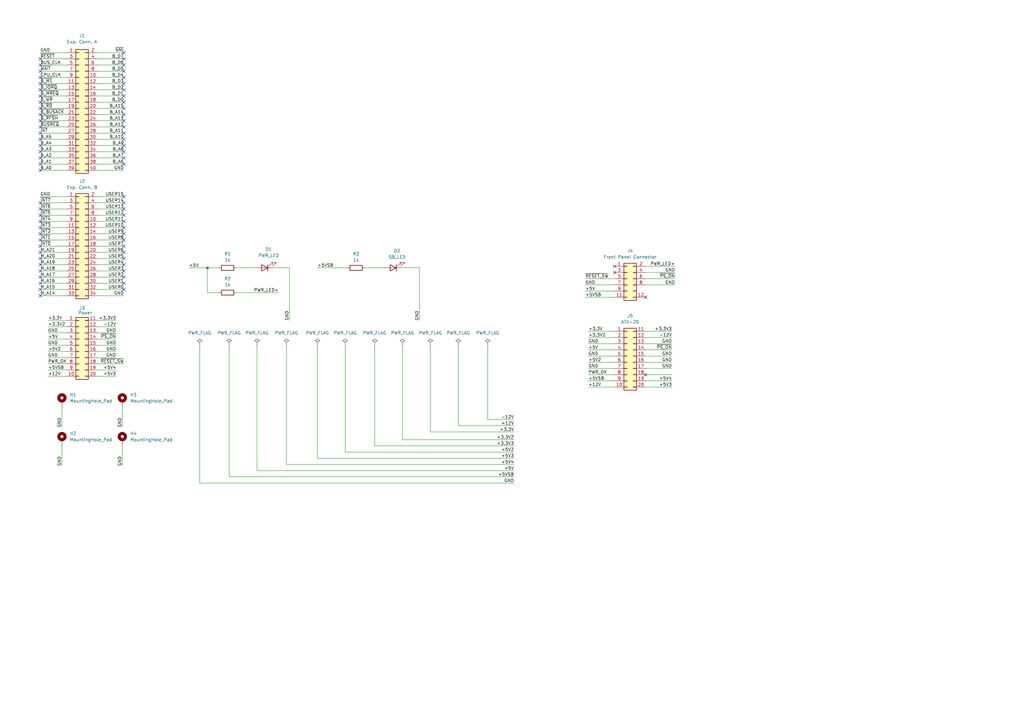
<source format=kicad_sch>
(kicad_sch (version 20230121) (generator eeschema)
  (paper "A3")
  (title_block (title "Power board for the Stackable Z80 Computer") (date "2023-09-09") (rev "1.3"))
  (lib_symbols
    (symbol "Connector_Generic:Conn_02x10_Top_Bottom" (pin_names (offset 1.016) hide)
      (property "Reference" "J" (at 1.27 12.7 0))
      (property "Value" "Conn_02x10_Top_Bottom" (at 1.27 -15.24 0))
      (symbol "Conn_02x10_Top_Bottom_1_1"
        (rectangle (start -1.27 -12.573) (end 0 -12.827) (stroke (width 0.1524)))
        (rectangle (start -1.27 -10.033) (end 0 -10.287) (stroke (width 0.1524)))
        (rectangle (start -1.27 -7.493) (end 0 -7.747) (stroke (width 0.1524)))
        (rectangle (start -1.27 -4.953) (end 0 -5.207) (stroke (width 0.1524)))
        (rectangle (start -1.27 -2.413) (end 0 -2.667) (stroke (width 0.1524)))
        (rectangle (start -1.27 0.127) (end 0 -0.127) (stroke (width 0.1524)))
        (rectangle (start -1.27 2.667) (end 0 2.413) (stroke (width 0.1524)))
        (rectangle (start -1.27 5.207) (end 0 4.953) (stroke (width 0.1524)))
        (rectangle (start -1.27 7.747) (end 0 7.493) (stroke (width 0.1524)))
        (rectangle (start -1.27 10.287) (end 0 10.033) (stroke (width 0.1524)))
        (rectangle (start -1.27 11.43) (end 3.81 -13.97) (stroke (width 0.254)) (fill (type background)))
        (rectangle (start 3.81 -12.573) (end 2.54 -12.827) (stroke (width 0.1524)))
        (rectangle (start 3.81 -10.033) (end 2.54 -10.287) (stroke (width 0.1524)))
        (rectangle (start 3.81 -7.493) (end 2.54 -7.747) (stroke (width 0.1524)))
        (rectangle (start 3.81 -4.953) (end 2.54 -5.207) (stroke (width 0.1524)))
        (rectangle (start 3.81 -2.413) (end 2.54 -2.667) (stroke (width 0.1524)))
        (rectangle (start 3.81 0.127) (end 2.54 -0.127) (stroke (width 0.1524)))
        (rectangle (start 3.81 2.667) (end 2.54 2.413) (stroke (width 0.1524)))
        (rectangle (start 3.81 5.207) (end 2.54 4.953) (stroke (width 0.1524)))
        (rectangle (start 3.81 7.747) (end 2.54 7.493) (stroke (width 0.1524)))
        (rectangle (start 3.81 10.287) (end 2.54 10.033) (stroke (width 0.1524)))
        (pin passive line (at -5.08 10.16 0) (length 3.81) (name "Pin_1") (number "1"))
        (pin passive line (at -5.08 -12.7 0) (length 3.81) (name "Pin_10") (number "10"))
        (pin passive line (at 7.62 10.16 180) (length 3.81) (name "Pin_11") (number "11"))
        (pin passive line (at 7.62 7.62 180) (length 3.81) (name "Pin_12") (number "12"))
        (pin passive line (at 7.62 5.08 180) (length 3.81) (name "Pin_13") (number "13"))
        (pin passive line (at 7.62 2.54 180) (length 3.81) (name "Pin_14") (number "14"))
        (pin passive line (at 7.62 0 180) (length 3.81) (name "Pin_15") (number "15"))
        (pin passive line (at 7.62 -2.54 180) (length 3.81) (name "Pin_16") (number "16"))
        (pin passive line (at 7.62 -5.08 180) (length 3.81) (name "Pin_17") (number "17"))
        (pin passive line (at 7.62 -7.62 180) (length 3.81) (name "Pin_18") (number "18"))
        (pin passive line (at 7.62 -10.16 180) (length 3.81) (name "Pin_19") (number "19"))
        (pin passive line (at -5.08 7.62 0) (length 3.81) (name "Pin_2") (number "2"))
        (pin passive line (at 7.62 -12.7 180) (length 3.81) (name "Pin_20") (number "20"))
        (pin passive line (at -5.08 5.08 0) (length 3.81) (name "Pin_3") (number "3"))
        (pin passive line (at -5.08 2.54 0) (length 3.81) (name "Pin_4") (number "4"))
        (pin passive line (at -5.08 0 0) (length 3.81) (name "Pin_5") (number "5"))
        (pin passive line (at -5.08 -2.54 0) (length 3.81) (name "Pin_6") (number "6"))
        (pin passive line (at -5.08 -5.08 0) (length 3.81) (name "Pin_7") (number "7"))
        (pin passive line (at -5.08 -7.62 0) (length 3.81) (name "Pin_8") (number "8"))
        (pin passive line (at -5.08 -10.16 0) (length 3.81) (name "Pin_9") (number "9"))
      )
    )
    (symbol "Connector_Generic:Conn_02x17_Odd_Even" (pin_names (offset 1.016) hide)
      (property "Reference" "J" (at 1.27 22.86 0))
      (property "Value" "Conn_02x17_Odd_Even" (at 1.27 -22.86 0))
      (symbol "Conn_02x17_Odd_Even_1_1"
        (rectangle (start -1.27 -20.193) (end 0 -20.447) (stroke (width 0.1524)))
        (rectangle (start -1.27 -17.653) (end 0 -17.907) (stroke (width 0.1524)))
        (rectangle (start -1.27 -15.113) (end 0 -15.367) (stroke (width 0.1524)))
        (rectangle (start -1.27 -12.573) (end 0 -12.827) (stroke (width 0.1524)))
        (rectangle (start -1.27 -10.033) (end 0 -10.287) (stroke (width 0.1524)))
        (rectangle (start -1.27 -7.493) (end 0 -7.747) (stroke (width 0.1524)))
        (rectangle (start -1.27 -4.953) (end 0 -5.207) (stroke (width 0.1524)))
        (rectangle (start -1.27 -2.413) (end 0 -2.667) (stroke (width 0.1524)))
        (rectangle (start -1.27 0.127) (end 0 -0.127) (stroke (width 0.1524)))
        (rectangle (start -1.27 2.667) (end 0 2.413) (stroke (width 0.1524)))
        (rectangle (start -1.27 5.207) (end 0 4.953) (stroke (width 0.1524)))
        (rectangle (start -1.27 7.747) (end 0 7.493) (stroke (width 0.1524)))
        (rectangle (start -1.27 10.287) (end 0 10.033) (stroke (width 0.1524)))
        (rectangle (start -1.27 12.827) (end 0 12.573) (stroke (width 0.1524)))
        (rectangle (start -1.27 15.367) (end 0 15.113) (stroke (width 0.1524)))
        (rectangle (start -1.27 17.907) (end 0 17.653) (stroke (width 0.1524)))
        (rectangle (start -1.27 20.447) (end 0 20.193) (stroke (width 0.1524)))
        (rectangle (start -1.27 21.59) (end 3.81 -21.59) (stroke (width 0.254)) (fill (type background)))
        (rectangle (start 3.81 -20.193) (end 2.54 -20.447) (stroke (width 0.1524)))
        (rectangle (start 3.81 -17.653) (end 2.54 -17.907) (stroke (width 0.1524)))
        (rectangle (start 3.81 -15.113) (end 2.54 -15.367) (stroke (width 0.1524)))
        (rectangle (start 3.81 -12.573) (end 2.54 -12.827) (stroke (width 0.1524)))
        (rectangle (start 3.81 -10.033) (end 2.54 -10.287) (stroke (width 0.1524)))
        (rectangle (start 3.81 -7.493) (end 2.54 -7.747) (stroke (width 0.1524)))
        (rectangle (start 3.81 -4.953) (end 2.54 -5.207) (stroke (width 0.1524)))
        (rectangle (start 3.81 -2.413) (end 2.54 -2.667) (stroke (width 0.1524)))
        (rectangle (start 3.81 0.127) (end 2.54 -0.127) (stroke (width 0.1524)))
        (rectangle (start 3.81 2.667) (end 2.54 2.413) (stroke (width 0.1524)))
        (rectangle (start 3.81 5.207) (end 2.54 4.953) (stroke (width 0.1524)))
        (rectangle (start 3.81 7.747) (end 2.54 7.493) (stroke (width 0.1524)))
        (rectangle (start 3.81 10.287) (end 2.54 10.033) (stroke (width 0.1524)))
        (rectangle (start 3.81 12.827) (end 2.54 12.573) (stroke (width 0.1524)))
        (rectangle (start 3.81 15.367) (end 2.54 15.113) (stroke (width 0.1524)))
        (rectangle (start 3.81 17.907) (end 2.54 17.653) (stroke (width 0.1524)))
        (rectangle (start 3.81 20.447) (end 2.54 20.193) (stroke (width 0.1524)))
        (pin passive line (at -5.08 20.32 0) (length 3.81) (name "Pin_1") (number "1"))
        (pin passive line (at 7.62 10.16 180) (length 3.81) (name "Pin_10") (number "10"))
        (pin passive line (at -5.08 7.62 0) (length 3.81) (name "Pin_11") (number "11"))
        (pin passive line (at 7.62 7.62 180) (length 3.81) (name "Pin_12") (number "12"))
        (pin passive line (at -5.08 5.08 0) (length 3.81) (name "Pin_13") (number "13"))
        (pin passive line (at 7.62 5.08 180) (length 3.81) (name "Pin_14") (number "14"))
        (pin passive line (at -5.08 2.54 0) (length 3.81) (name "Pin_15") (number "15"))
        (pin passive line (at 7.62 2.54 180) (length 3.81) (name "Pin_16") (number "16"))
        (pin passive line (at -5.08 0 0) (length 3.81) (name "Pin_17") (number "17"))
        (pin passive line (at 7.62 0 180) (length 3.81) (name "Pin_18") (number "18"))
        (pin passive line (at -5.08 -2.54 0) (length 3.81) (name "Pin_19") (number "19"))
        (pin passive line (at 7.62 20.32 180) (length 3.81) (name "Pin_2") (number "2"))
        (pin passive line (at 7.62 -2.54 180) (length 3.81) (name "Pin_20") (number "20"))
        (pin passive line (at -5.08 -5.08 0) (length 3.81) (name "Pin_21") (number "21"))
        (pin passive line (at 7.62 -5.08 180) (length 3.81) (name "Pin_22") (number "22"))
        (pin passive line (at -5.08 -7.62 0) (length 3.81) (name "Pin_23") (number "23"))
        (pin passive line (at 7.62 -7.62 180) (length 3.81) (name "Pin_24") (number "24"))
        (pin passive line (at -5.08 -10.16 0) (length 3.81) (name "Pin_25") (number "25"))
        (pin passive line (at 7.62 -10.16 180) (length 3.81) (name "Pin_26") (number "26"))
        (pin passive line (at -5.08 -12.7 0) (length 3.81) (name "Pin_27") (number "27"))
        (pin passive line (at 7.62 -12.7 180) (length 3.81) (name "Pin_28") (number "28"))
        (pin passive line (at -5.08 -15.24 0) (length 3.81) (name "Pin_29") (number "29"))
        (pin passive line (at -5.08 17.78 0) (length 3.81) (name "Pin_3") (number "3"))
        (pin passive line (at 7.62 -15.24 180) (length 3.81) (name "Pin_30") (number "30"))
        (pin passive line (at -5.08 -17.78 0) (length 3.81) (name "Pin_31") (number "31"))
        (pin passive line (at 7.62 -17.78 180) (length 3.81) (name "Pin_32") (number "32"))
        (pin passive line (at -5.08 -20.32 0) (length 3.81) (name "Pin_33") (number "33"))
        (pin passive line (at 7.62 -20.32 180) (length 3.81) (name "Pin_34") (number "34"))
        (pin passive line (at 7.62 17.78 180) (length 3.81) (name "Pin_4") (number "4"))
        (pin passive line (at -5.08 15.24 0) (length 3.81) (name "Pin_5") (number "5"))
        (pin passive line (at 7.62 15.24 180) (length 3.81) (name "Pin_6") (number "6"))
        (pin passive line (at -5.08 12.7 0) (length 3.81) (name "Pin_7") (number "7"))
        (pin passive line (at 7.62 12.7 180) (length 3.81) (name "Pin_8") (number "8"))
        (pin passive line (at -5.08 10.16 0) (length 3.81) (name "Pin_9") (number "9"))
      )
    )
    (symbol "Connector_Generic:Conn_02x20_Odd_Even" (pin_names (offset 1.016) hide)
      (property "Reference" "J" (at 1.27 25.4 0))
      (property "Value" "Conn_02x20_Odd_Even" (at 1.27 -27.94 0))
      (symbol "Conn_02x20_Odd_Even_1_1"
        (rectangle (start -1.27 -25.273) (end 0 -25.527) (stroke (width 0.1524)))
        (rectangle (start -1.27 -22.733) (end 0 -22.987) (stroke (width 0.1524)))
        (rectangle (start -1.27 -20.193) (end 0 -20.447) (stroke (width 0.1524)))
        (rectangle (start -1.27 -17.653) (end 0 -17.907) (stroke (width 0.1524)))
        (rectangle (start -1.27 -15.113) (end 0 -15.367) (stroke (width 0.1524)))
        (rectangle (start -1.27 -12.573) (end 0 -12.827) (stroke (width 0.1524)))
        (rectangle (start -1.27 -10.033) (end 0 -10.287) (stroke (width 0.1524)))
        (rectangle (start -1.27 -7.493) (end 0 -7.747) (stroke (width 0.1524)))
        (rectangle (start -1.27 -4.953) (end 0 -5.207) (stroke (width 0.1524)))
        (rectangle (start -1.27 -2.413) (end 0 -2.667) (stroke (width 0.1524)))
        (rectangle (start -1.27 0.127) (end 0 -0.127) (stroke (width 0.1524)))
        (rectangle (start -1.27 2.667) (end 0 2.413) (stroke (width 0.1524)))
        (rectangle (start -1.27 5.207) (end 0 4.953) (stroke (width 0.1524)))
        (rectangle (start -1.27 7.747) (end 0 7.493) (stroke (width 0.1524)))
        (rectangle (start -1.27 10.287) (end 0 10.033) (stroke (width 0.1524)))
        (rectangle (start -1.27 12.827) (end 0 12.573) (stroke (width 0.1524)))
        (rectangle (start -1.27 15.367) (end 0 15.113) (stroke (width 0.1524)))
        (rectangle (start -1.27 17.907) (end 0 17.653) (stroke (width 0.1524)))
        (rectangle (start -1.27 20.447) (end 0 20.193) (stroke (width 0.1524)))
        (rectangle (start -1.27 22.987) (end 0 22.733) (stroke (width 0.1524)))
        (rectangle (start -1.27 24.13) (end 3.81 -26.67) (stroke (width 0.254)) (fill (type background)))
        (rectangle (start 3.81 -25.273) (end 2.54 -25.527) (stroke (width 0.1524)))
        (rectangle (start 3.81 -22.733) (end 2.54 -22.987) (stroke (width 0.1524)))
        (rectangle (start 3.81 -20.193) (end 2.54 -20.447) (stroke (width 0.1524)))
        (rectangle (start 3.81 -17.653) (end 2.54 -17.907) (stroke (width 0.1524)))
        (rectangle (start 3.81 -15.113) (end 2.54 -15.367) (stroke (width 0.1524)))
        (rectangle (start 3.81 -12.573) (end 2.54 -12.827) (stroke (width 0.1524)))
        (rectangle (start 3.81 -10.033) (end 2.54 -10.287) (stroke (width 0.1524)))
        (rectangle (start 3.81 -7.493) (end 2.54 -7.747) (stroke (width 0.1524)))
        (rectangle (start 3.81 -4.953) (end 2.54 -5.207) (stroke (width 0.1524)))
        (rectangle (start 3.81 -2.413) (end 2.54 -2.667) (stroke (width 0.1524)))
        (rectangle (start 3.81 0.127) (end 2.54 -0.127) (stroke (width 0.1524)))
        (rectangle (start 3.81 2.667) (end 2.54 2.413) (stroke (width 0.1524)))
        (rectangle (start 3.81 5.207) (end 2.54 4.953) (stroke (width 0.1524)))
        (rectangle (start 3.81 7.747) (end 2.54 7.493) (stroke (width 0.1524)))
        (rectangle (start 3.81 10.287) (end 2.54 10.033) (stroke (width 0.1524)))
        (rectangle (start 3.81 12.827) (end 2.54 12.573) (stroke (width 0.1524)))
        (rectangle (start 3.81 15.367) (end 2.54 15.113) (stroke (width 0.1524)))
        (rectangle (start 3.81 17.907) (end 2.54 17.653) (stroke (width 0.1524)))
        (rectangle (start 3.81 20.447) (end 2.54 20.193) (stroke (width 0.1524)))
        (rectangle (start 3.81 22.987) (end 2.54 22.733) (stroke (width 0.1524)))
        (pin passive line (at -5.08 22.86 0) (length 3.81) (name "Pin_1") (number "1"))
        (pin passive line (at 7.62 12.7 180) (length 3.81) (name "Pin_10") (number "10"))
        (pin passive line (at -5.08 10.16 0) (length 3.81) (name "Pin_11") (number "11"))
        (pin passive line (at 7.62 10.16 180) (length 3.81) (name "Pin_12") (number "12"))
        (pin passive line (at -5.08 7.62 0) (length 3.81) (name "Pin_13") (number "13"))
        (pin passive line (at 7.62 7.62 180) (length 3.81) (name "Pin_14") (number "14"))
        (pin passive line (at -5.08 5.08 0) (length 3.81) (name "Pin_15") (number "15"))
        (pin passive line (at 7.62 5.08 180) (length 3.81) (name "Pin_16") (number "16"))
        (pin passive line (at -5.08 2.54 0) (length 3.81) (name "Pin_17") (number "17"))
        (pin passive line (at 7.62 2.54 180) (length 3.81) (name "Pin_18") (number "18"))
        (pin passive line (at -5.08 0 0) (length 3.81) (name "Pin_19") (number "19"))
        (pin passive line (at 7.62 22.86 180) (length 3.81) (name "Pin_2") (number "2"))
        (pin passive line (at 7.62 0 180) (length 3.81) (name "Pin_20") (number "20"))
        (pin passive line (at -5.08 -2.54 0) (length 3.81) (name "Pin_21") (number "21"))
        (pin passive line (at 7.62 -2.54 180) (length 3.81) (name "Pin_22") (number "22"))
        (pin passive line (at -5.08 -5.08 0) (length 3.81) (name "Pin_23") (number "23"))
        (pin passive line (at 7.62 -5.08 180) (length 3.81) (name "Pin_24") (number "24"))
        (pin passive line (at -5.08 -7.62 0) (length 3.81) (name "Pin_25") (number "25"))
        (pin passive line (at 7.62 -7.62 180) (length 3.81) (name "Pin_26") (number "26"))
        (pin passive line (at -5.08 -10.16 0) (length 3.81) (name "Pin_27") (number "27"))
        (pin passive line (at 7.62 -10.16 180) (length 3.81) (name "Pin_28") (number "28"))
        (pin passive line (at -5.08 -12.7 0) (length 3.81) (name "Pin_29") (number "29"))
        (pin passive line (at -5.08 20.32 0) (length 3.81) (name "Pin_3") (number "3"))
        (pin passive line (at 7.62 -12.7 180) (length 3.81) (name "Pin_30") (number "30"))
        (pin passive line (at -5.08 -15.24 0) (length 3.81) (name "Pin_31") (number "31"))
        (pin passive line (at 7.62 -15.24 180) (length 3.81) (name "Pin_32") (number "32"))
        (pin passive line (at -5.08 -17.78 0) (length 3.81) (name "Pin_33") (number "33"))
        (pin passive line (at 7.62 -17.78 180) (length 3.81) (name "Pin_34") (number "34"))
        (pin passive line (at -5.08 -20.32 0) (length 3.81) (name "Pin_35") (number "35"))
        (pin passive line (at 7.62 -20.32 180) (length 3.81) (name "Pin_36") (number "36"))
        (pin passive line (at -5.08 -22.86 0) (length 3.81) (name "Pin_37") (number "37"))
        (pin passive line (at 7.62 -22.86 180) (length 3.81) (name "Pin_38") (number "38"))
        (pin passive line (at -5.08 -25.4 0) (length 3.81) (name "Pin_39") (number "39"))
        (pin passive line (at 7.62 20.32 180) (length 3.81) (name "Pin_4") (number "4"))
        (pin passive line (at 7.62 -25.4 180) (length 3.81) (name "Pin_40") (number "40"))
        (pin passive line (at -5.08 17.78 0) (length 3.81) (name "Pin_5") (number "5"))
        (pin passive line (at 7.62 17.78 180) (length 3.81) (name "Pin_6") (number "6"))
        (pin passive line (at -5.08 15.24 0) (length 3.81) (name "Pin_7") (number "7"))
        (pin passive line (at 7.62 15.24 180) (length 3.81) (name "Pin_8") (number "8"))
        (pin passive line (at -5.08 12.7 0) (length 3.81) (name "Pin_9") (number "9"))
      )
    )
    (symbol "Device:LED" (pin_numbers hide) (pin_names (offset 1.016) hide)
      (property "Reference" "D" (at 0 2.54 0))
      (property "Value" "LED" (at 0 -2.54 0))
      (symbol "LED_0_1"
        (polyline (pts (xy -1.27 -1.27) (xy -1.27 1.27)) (stroke (width 0.254)))
        (polyline (pts (xy -1.27 0) (xy 1.27 0)))
        (polyline (pts (xy 1.27 -1.27) (xy 1.27 1.27) (xy -1.27 0) (xy 1.27 -1.27)) (stroke (width 0.254)))
        (polyline (pts (xy -3.048 -0.762) (xy -4.572 -2.286) (xy -3.81 -2.286) (xy -4.572 -2.286) (xy -4.572 -1.524)))
        (polyline (pts (xy -1.778 -0.762) (xy -3.302 -2.286) (xy -2.54 -2.286) (xy -3.302 -2.286) (xy -3.302 -1.524)))
      )
      (symbol "LED_1_1"
        (pin passive line (at -3.81 0 0) (length 2.54) (name "K") (number "1"))
        (pin passive line (at 3.81 0 180) (length 2.54) (name "A") (number "2"))
      )
    )
    (symbol "Device:R" (pin_numbers hide) (pin_names (offset 0))
      (property "Reference" "R" (at 2.032 0 90))
      (property "Value" "R" (at 0 0 90))
      (symbol "R_0_1"
        (rectangle (start -1.016 -2.54) (end 1.016 2.54) (stroke (width 0.254)))
      )
      (symbol "R_1_1"
        (pin passive line (at 0 3.81 270) (length 1.27) (name "~") (number "1"))
        (pin passive line (at 0 -3.81 90) (length 1.27) (name "~") (number "2"))
      )
    )
    (symbol "Mechanical:MountingHole_Pad" (pin_numbers hide) (pin_names (offset 1.016) hide)
      (property "Reference" "H" (at 0 6.35 0))
      (property "Value" "MountingHole_Pad" (at 0 4.445 0))
      (symbol "MountingHole_Pad_0_1"
        (circle (center 0 1.27) (radius 1.27) (stroke (width 1.27)))
      )
      (symbol "MountingHole_Pad_1_1"
        (pin input line (at 0 -2.54 90) (length 2.54) (name "1") (number "1"))
      )
    )
    (symbol "ownlib:Conn_02x06_Odd_Even_keyed" (pin_names (offset 1.016) hide)
      (property "Reference" "J?" (at 1.27 11.43 0))
      (property "Value" "Conn_02x06_Odd_Even_keyed" (at 1.27 8.89 0))
      (symbol "Conn_02x06_Odd_Even_keyed_1_1"
        (rectangle (start -1.27 -7.493) (end 0 -7.747) (stroke (width 0.1524)))
        (rectangle (start -1.27 -4.953) (end 0 -5.207) (stroke (width 0.1524)))
        (rectangle (start -1.27 -2.413) (end 0 -2.667) (stroke (width 0.1524)))
        (rectangle (start -1.27 0.127) (end 0 -0.127) (stroke (width 0.1524)))
        (rectangle (start -1.27 2.667) (end 0 2.413) (stroke (width 0.1524)))
        (rectangle (start -1.27 5.207) (end 0 4.953) (stroke (width 0.1524)))
        (rectangle (start -1.27 6.35) (end 3.81 -8.89) (stroke (width 0.254)) (fill (type background)))
        (rectangle (start 3.81 -7.493) (end 2.54 -7.747) (stroke (width 0.1524)))
        (rectangle (start 3.81 -4.953) (end 2.54 -5.207) (stroke (width 0.1524)))
        (rectangle (start 3.81 -2.413) (end 2.54 -2.667) (stroke (width 0.1524)))
        (rectangle (start 3.81 0.127) (end 2.54 -0.127) (stroke (width 0.1524)))
        (rectangle (start 3.81 2.667) (end 2.54 2.413) (stroke (width 0.1524)))
        (rectangle (start 3.81 5.207) (end 2.54 4.953) (stroke (width 0.1524)))
        (pin passive line (at -5.08 5.08 0) (length 3.81) (name "Pin_1") (number "1"))
        (pin no_connect line (at 7.62 -5.08 180) (length 3.81) hide (name "Pin_10") (number "10"))
        (pin passive line (at -5.08 -7.62 0) (length 3.81) (name "Pin_11") (number "11"))
        (pin passive line (at 7.62 -7.62 180) (length 3.81) (name "Pin_12") (number "12"))
        (pin passive line (at 7.62 5.08 180) (length 3.81) (name "Pin_2") (number "2"))
        (pin passive line (at -5.08 2.54 0) (length 3.81) (name "Pin_3") (number "3"))
        (pin passive line (at 7.62 2.54 180) (length 3.81) (name "Pin_4") (number "4"))
        (pin passive line (at -5.08 0 0) (length 3.81) (name "Pin_5") (number "5"))
        (pin passive line (at 7.62 0 180) (length 3.81) (name "Pin_6") (number "6"))
        (pin passive line (at -5.08 -2.54 0) (length 3.81) (name "Pin_7") (number "7"))
        (pin passive line (at 7.62 -2.54 180) (length 3.81) (name "Pin_8") (number "8"))
        (pin passive line (at -5.08 -5.08 0) (length 3.81) (name "Pin_9") (number "9"))
      )
    )
    (symbol "power:PWR_FLAG" (power) (pin_numbers hide) (pin_names (offset 0) hide)
      (property "Value" "PWR_FLAG" (at 0 3.81 0))
      (symbol "PWR_FLAG_0_0"
        (pin power_out line (at 0 0 90) (length 0) (name "pwr") (number "1"))
      )
      (symbol "PWR_FLAG_0_1"
        (polyline (pts (xy 0 0) (xy 0 1.27) (xy -1.016 1.905) (xy 0 2.54) (xy 1.016 1.905) (xy 0 1.27)))
      )
    )
  )
  (junction (at 85.09 109.855))
  (no_connect (at 16.51 103.505))
  (no_connect (at 16.51 90.805))
  (no_connect (at 16.51 100.965))
  (no_connect (at 16.51 116.205))
  (no_connect (at 50.8 52.07))
  (no_connect (at 16.51 31.75))
  (no_connect (at 50.8 113.665))
  (no_connect (at 16.51 62.23))
  (no_connect (at 50.8 95.885))
  (no_connect (at 50.8 108.585))
  (no_connect (at 16.51 106.045))
  (no_connect (at 16.51 69.85))
  (no_connect (at 50.8 67.31))
  (no_connect (at 50.8 39.37))
  (no_connect (at 16.51 85.725))
  (no_connect (at 50.8 116.205))
  (no_connect (at 50.8 24.13))
  (no_connect (at 16.51 93.345))
  (no_connect (at 50.8 103.505))
  (no_connect (at 16.51 54.61))
  (no_connect (at 50.8 90.805))
  (no_connect (at 16.51 108.585))
  (no_connect (at 16.51 29.21))
  (no_connect (at 50.8 88.265))
  (no_connect (at 16.51 113.665))
  (no_connect (at 50.8 54.61))
  (no_connect (at 50.8 29.21))
  (no_connect (at 16.51 46.99))
  (no_connect (at 252.095 109.22))
  (no_connect (at 16.51 39.37))
  (no_connect (at 16.51 41.91))
  (no_connect (at 16.51 57.15))
  (no_connect (at 50.8 93.345))
  (no_connect (at 16.51 67.31))
  (no_connect (at 16.51 111.125))
  (no_connect (at 50.8 62.23))
  (no_connect (at 50.8 57.15))
  (no_connect (at 50.8 46.99))
  (no_connect (at 50.8 44.45))
  (no_connect (at 264.795 121.92))
  (no_connect (at 50.8 49.53))
  (no_connect (at 16.51 121.285))
  (no_connect (at 50.8 83.185))
  (no_connect (at 16.51 34.29))
  (no_connect (at 16.51 24.13))
  (no_connect (at 50.8 100.965))
  (no_connect (at 16.51 59.69))
  (no_connect (at 50.8 26.67))
  (no_connect (at 50.8 118.745))
  (no_connect (at 50.8 59.69))
  (no_connect (at 16.51 44.45))
  (no_connect (at 50.8 64.77))
  (no_connect (at 16.51 64.77))
  (no_connect (at 50.8 98.425))
  (no_connect (at 16.51 83.185))
  (no_connect (at 16.51 36.83))
  (no_connect (at 16.51 118.745))
  (no_connect (at 50.8 85.725))
  (no_connect (at 264.795 153.67))
  (no_connect (at 50.8 111.125))
  (no_connect (at 252.095 111.76))
  (no_connect (at 16.51 49.53))
  (no_connect (at 50.8 80.645))
  (no_connect (at 50.8 41.91))
  (no_connect (at 50.8 31.75))
  (no_connect (at 50.8 34.29))
  (no_connect (at 16.51 26.67))
  (no_connect (at 50.8 21.59))
  (no_connect (at 16.51 98.425))
  (no_connect (at 16.51 95.885))
  (no_connect (at 50.8 36.83))
  (no_connect (at 16.51 88.265))
  (no_connect (at 50.8 106.045))
  (no_connect (at 16.51 52.07))
  (wire (pts (xy 50.8 36.83) (xy 40.005 36.83)))
  (wire (pts (xy 40.005 103.505) (xy 50.8 103.505)))
  (wire (pts (xy 81.915 141.605) (xy 81.915 198.12)))
  (wire (pts (xy 264.795 140.97) (xy 275.59 140.97)))
  (wire (pts (xy 16.51 113.665) (xy 27.305 113.665)))
  (wire (pts (xy 16.51 36.83) (xy 27.305 36.83)))
  (wire (pts (xy 200.025 172.085) (xy 210.82 172.085)))
  (wire (pts (xy 47.625 131.445) (xy 40.005 131.445)))
  (wire (pts (xy 16.51 46.99) (xy 27.305 46.99)))
  (wire (pts (xy 240.03 119.38) (xy 252.095 119.38)))
  (wire (pts (xy 40.005 90.805) (xy 50.8 90.805)))
  (wire (pts (xy 50.165 167.005) (xy 50.165 175.26)))
  (wire (pts (xy 97.155 120.015) (xy 114.3 120.015)))
  (wire (pts (xy 77.47 109.855) (xy 85.09 109.855)))
  (wire (pts (xy 117.475 190.5) (xy 210.82 190.5)))
  (wire (pts (xy 241.3 148.59) (xy 252.095 148.59)))
  (wire (pts (xy 19.685 154.305) (xy 27.305 154.305)))
  (wire (pts (xy 47.625 151.765) (xy 40.005 151.765)))
  (wire (pts (xy 165.1 109.855) (xy 172.085 109.855)))
  (wire (pts (xy 117.475 141.605) (xy 117.475 190.5)))
  (wire (pts (xy 97.155 109.855) (xy 104.775 109.855)))
  (wire (pts (xy 130.175 141.605) (xy 130.175 187.96)))
  (wire (pts (xy 16.51 85.725) (xy 27.305 85.725)))
  (wire (pts (xy 50.8 41.91) (xy 40.005 41.91)))
  (wire (pts (xy 241.3 140.97) (xy 252.095 140.97)))
  (wire (pts (xy 264.795 158.75) (xy 275.59 158.75)))
  (wire (pts (xy 40.005 106.045) (xy 50.8 106.045)))
  (wire (pts (xy 16.51 69.85) (xy 27.305 69.85)))
  (wire (pts (xy 264.795 143.51) (xy 275.59 143.51)))
  (wire (pts (xy 50.8 121.285) (xy 40.005 121.285)))
  (wire (pts (xy 50.8 52.07) (xy 40.005 52.07)))
  (wire (pts (xy 264.795 153.67) (xy 275.59 153.67)))
  (wire (pts (xy 50.8 57.15) (xy 40.005 57.15)))
  (wire (pts (xy 25.4 182.88) (xy 25.4 191.135)))
  (wire (pts (xy 40.005 100.965) (xy 50.8 100.965)))
  (wire (pts (xy 165.1 180.34) (xy 210.82 180.34)))
  (wire (pts (xy 16.51 41.91) (xy 27.305 41.91)))
  (wire (pts (xy 19.685 146.685) (xy 27.305 146.685)))
  (wire (pts (xy 50.8 62.23) (xy 40.005 62.23)))
  (wire (pts (xy 47.625 146.685) (xy 40.005 146.685)))
  (wire (pts (xy 40.005 88.265) (xy 50.8 88.265)))
  (wire (pts (xy 264.795 156.21) (xy 275.59 156.21)))
  (wire (pts (xy 19.685 139.065) (xy 27.305 139.065)))
  (wire (pts (xy 50.8 54.61) (xy 40.005 54.61)))
  (wire (pts (xy 16.51 54.61) (xy 27.305 54.61)))
  (wire (pts (xy 50.8 49.53) (xy 40.005 49.53)))
  (wire (pts (xy 241.3 151.13) (xy 252.095 151.13)))
  (wire (pts (xy 50.8 116.205) (xy 40.005 116.205)))
  (wire (pts (xy 50.8 24.13) (xy 40.005 24.13)))
  (wire (pts (xy 16.51 44.45) (xy 27.305 44.45)))
  (wire (pts (xy 50.8 34.29) (xy 40.005 34.29)))
  (wire (pts (xy 50.8 46.99) (xy 40.005 46.99)))
  (wire (pts (xy 47.625 136.525) (xy 40.005 136.525)))
  (wire (pts (xy 81.915 198.12) (xy 210.82 198.12)))
  (wire (pts (xy 105.41 193.04) (xy 210.82 193.04)))
  (wire (pts (xy 47.625 133.985) (xy 40.005 133.985)))
  (wire (pts (xy 19.685 133.985) (xy 27.305 133.985)))
  (wire (pts (xy 16.51 29.21) (xy 27.305 29.21)))
  (wire (pts (xy 50.8 59.69) (xy 40.005 59.69)))
  (wire (pts (xy 40.005 83.185) (xy 50.8 83.185)))
  (wire (pts (xy 241.3 153.67) (xy 252.095 153.67)))
  (wire (pts (xy 241.3 138.43) (xy 252.095 138.43)))
  (wire (pts (xy 16.51 49.53) (xy 27.305 49.53)))
  (wire (pts (xy 16.51 59.69) (xy 27.305 59.69)))
  (wire (pts (xy 25.4 167.005) (xy 25.4 175.26)))
  (wire (pts (xy 16.51 39.37) (xy 27.305 39.37)))
  (wire (pts (xy 16.51 26.67) (xy 27.305 26.67)))
  (wire (pts (xy 240.03 114.3) (xy 252.095 114.3)))
  (wire (pts (xy 93.98 195.58) (xy 210.82 195.58)))
  (wire (pts (xy 264.795 151.13) (xy 275.59 151.13)))
  (wire (pts (xy 16.51 118.745) (xy 27.305 118.745)))
  (wire (pts (xy 40.005 98.425) (xy 50.8 98.425)))
  (wire (pts (xy 16.51 121.285) (xy 27.305 121.285)))
  (wire (pts (xy 19.685 144.145) (xy 27.305 144.145)))
  (wire (pts (xy 16.51 31.75) (xy 27.305 31.75)))
  (wire (pts (xy 50.8 67.31) (xy 40.005 67.31)))
  (wire (pts (xy 276.86 114.3) (xy 264.795 114.3)))
  (wire (pts (xy 16.51 108.585) (xy 27.305 108.585)))
  (wire (pts (xy 40.005 141.605) (xy 47.625 141.605)))
  (wire (pts (xy 176.53 177.165) (xy 210.82 177.165)))
  (wire (pts (xy 40.005 108.585) (xy 50.8 108.585)))
  (wire (pts (xy 16.51 93.345) (xy 27.305 93.345)))
  (wire (pts (xy 16.51 116.205) (xy 27.305 116.205)))
  (wire (pts (xy 16.51 52.07) (xy 27.305 52.07)))
  (wire (pts (xy 118.745 109.855) (xy 112.395 109.855)))
  (wire (pts (xy 241.3 143.51) (xy 252.095 143.51)))
  (wire (pts (xy 241.3 146.05) (xy 252.095 146.05)))
  (wire (pts (xy 19.685 131.445) (xy 27.305 131.445)))
  (wire (pts (xy 153.67 141.605) (xy 153.67 182.88)))
  (wire (pts (xy 50.8 64.77) (xy 40.005 64.77)))
  (wire (pts (xy 187.96 174.625) (xy 210.82 174.625)))
  (wire (pts (xy 47.625 144.145) (xy 40.005 144.145)))
  (wire (pts (xy 16.51 57.15) (xy 27.305 57.15)))
  (wire (pts (xy 50.8 113.665) (xy 40.005 113.665)))
  (wire (pts (xy 85.09 120.015) (xy 85.09 109.855)))
  (wire (pts (xy 19.685 149.225) (xy 27.305 149.225)))
  (wire (pts (xy 47.625 154.305) (xy 40.005 154.305)))
  (wire (pts (xy 19.685 151.765) (xy 27.305 151.765)))
  (wire (pts (xy 16.51 64.77) (xy 27.305 64.77)))
  (wire (pts (xy 141.605 141.605) (xy 141.605 185.42)))
  (wire (pts (xy 264.795 135.89) (xy 275.59 135.89)))
  (wire (pts (xy 16.51 80.645) (xy 27.305 80.645)))
  (wire (pts (xy 130.175 109.855) (xy 142.24 109.855)))
  (wire (pts (xy 50.8 31.75) (xy 40.005 31.75)))
  (wire (pts (xy 276.86 111.76) (xy 264.795 111.76)))
  (wire (pts (xy 50.8 69.85) (xy 40.005 69.85)))
  (wire (pts (xy 47.625 139.065) (xy 40.005 139.065)))
  (wire (pts (xy 16.51 98.425) (xy 27.305 98.425)))
  (wire (pts (xy 16.51 88.265) (xy 27.305 88.265)))
  (wire (pts (xy 240.03 121.92) (xy 252.095 121.92)))
  (wire (pts (xy 187.96 141.605) (xy 187.96 174.625)))
  (wire (pts (xy 50.165 182.88) (xy 50.165 191.135)))
  (wire (pts (xy 16.51 106.045) (xy 27.305 106.045)))
  (wire (pts (xy 241.3 135.89) (xy 252.095 135.89)))
  (wire (pts (xy 141.605 185.42) (xy 210.82 185.42)))
  (wire (pts (xy 16.51 95.885) (xy 27.305 95.885)))
  (wire (pts (xy 85.09 109.855) (xy 89.535 109.855)))
  (wire (pts (xy 16.51 67.31) (xy 27.305 67.31)))
  (wire (pts (xy 50.8 44.45) (xy 40.005 44.45)))
  (wire (pts (xy 172.085 109.855) (xy 172.085 131.445)))
  (wire (pts (xy 16.51 21.59) (xy 27.305 21.59)))
  (wire (pts (xy 50.8 21.59) (xy 40.005 21.59)))
  (wire (pts (xy 16.51 111.125) (xy 27.305 111.125)))
  (wire (pts (xy 16.51 103.505) (xy 27.305 103.505)))
  (wire (pts (xy 40.005 93.345) (xy 50.8 93.345)))
  (wire (pts (xy 252.095 116.84) (xy 240.03 116.84)))
  (wire (pts (xy 50.8 111.125) (xy 40.005 111.125)))
  (wire (pts (xy 50.8 29.21) (xy 40.005 29.21)))
  (wire (pts (xy 200.025 141.605) (xy 200.025 172.085)))
  (wire (pts (xy 50.8 118.745) (xy 40.005 118.745)))
  (wire (pts (xy 50.8 149.225) (xy 40.005 149.225)))
  (wire (pts (xy 16.51 24.13) (xy 27.305 24.13)))
  (wire (pts (xy 241.3 158.75) (xy 252.095 158.75)))
  (wire (pts (xy 19.685 136.525) (xy 27.305 136.525)))
  (wire (pts (xy 93.98 141.605) (xy 93.98 195.58)))
  (wire (pts (xy 16.51 83.185) (xy 27.305 83.185)))
  (wire (pts (xy 149.86 109.855) (xy 157.48 109.855)))
  (wire (pts (xy 40.005 80.645) (xy 50.8 80.645)))
  (wire (pts (xy 40.005 85.725) (xy 50.8 85.725)))
  (wire (pts (xy 118.745 109.855) (xy 118.745 131.445)))
  (wire (pts (xy 16.51 90.805) (xy 27.305 90.805)))
  (wire (pts (xy 276.86 109.22) (xy 264.795 109.22)))
  (wire (pts (xy 16.51 100.965) (xy 27.305 100.965)))
  (wire (pts (xy 19.685 141.605) (xy 27.305 141.605)))
  (wire (pts (xy 264.795 148.59) (xy 275.59 148.59)))
  (wire (pts (xy 241.3 156.21) (xy 252.095 156.21)))
  (wire (pts (xy 165.1 141.605) (xy 165.1 180.34)))
  (wire (pts (xy 40.005 95.885) (xy 50.8 95.885)))
  (wire (pts (xy 176.53 141.605) (xy 176.53 177.165)))
  (wire (pts (xy 130.175 187.96) (xy 210.82 187.96)))
  (wire (pts (xy 153.67 182.88) (xy 210.82 182.88)))
  (wire (pts (xy 264.795 146.05) (xy 275.59 146.05)))
  (wire (pts (xy 50.8 26.67) (xy 40.005 26.67)))
  (wire (pts (xy 85.09 120.015) (xy 89.535 120.015)))
  (wire (pts (xy 264.795 116.84) (xy 276.86 116.84)))
  (wire (pts (xy 50.8 39.37) (xy 40.005 39.37)))
  (wire (pts (xy 264.795 138.43) (xy 275.59 138.43)))
  (wire (pts (xy 16.51 62.23) (xy 27.305 62.23)))
  (wire (pts (xy 105.41 141.605) (xy 105.41 193.04)))
  (wire (pts (xy 16.51 34.29) (xy 27.305 34.29)))
  (label "GND" (at 50.165 175.26 90))
  (label "+3.3V3" (at 275.59 135.89 180))
  (label "USER4" (at 50.8 108.585 180))
  (label "~{RESET}" (at 16.51 24.13 0))
  (label "GND" (at 25.4 191.135 90))
  (label "USER9" (at 50.8 95.885 180))
  (label "GND" (at 47.625 144.145 180))
  (label "~{INT}" (at 16.51 54.61 0))
  (label "B_A1" (at 16.51 67.31 0))
  (label "GND" (at 50.165 191.135 90))
  (label "B_A9" (at 50.8 59.69 180))
  (label "B_D4" (at 50.8 31.75 180))
  (label "GND" (at 118.745 131.445 90))
  (label "GND" (at 16.51 21.59 0))
  (label "GND" (at 241.3 140.97 0))
  (label "GND" (at 276.86 116.84 180))
  (label "B_A8" (at 50.8 62.23 180))
  (label "GND" (at 276.86 111.76 180))
  (label "+5V2" (at 19.685 144.145 0))
  (label "+3.3V2" (at 241.3 138.43 0))
  (label "~{PS_ON}" (at 47.625 139.065 180))
  (label "B_A5" (at 16.51 57.15 0))
  (label "B_A4" (at 16.51 59.69 0))
  (label "~{INT1}" (at 16.51 98.425 0))
  (label "BUS_CLK" (at 16.51 26.67 0))
  (label "~{INT0}" (at 16.51 100.965 0))
  (label "~{B_M1}" (at 16.51 34.29 0))
  (label "GND" (at 16.51 80.645 0))
  (label "B_A6" (at 50.8 67.31 180))
  (label "USER10" (at 50.8 93.345 180))
  (label "B_A3" (at 16.51 62.23 0))
  (label "B_D5" (at 50.8 29.21 180))
  (label "B_D3" (at 50.8 34.29 180))
  (label "+5V" (at 210.82 193.04 180))
  (label "~{B_RFSH}" (at 16.51 49.53 0))
  (label "USER13" (at 50.8 85.725 180))
  (label "USER2" (at 50.8 113.665 180))
  (label "USER5" (at 50.8 106.045 180))
  (label "M_A16" (at 16.51 116.205 0))
  (label "B_A7" (at 50.8 64.77 180))
  (label "GND" (at 172.085 131.445 90))
  (label "+5V4" (at 275.59 156.21 180))
  (label "CPU_CLK" (at 16.51 31.75 0))
  (label "GND" (at 241.3 146.05 0))
  (label "GND" (at 19.685 136.525 0))
  (label "GND" (at 25.4 175.26 90))
  (label "B_D6" (at 50.8 26.67 180))
  (label "PWR_LED+" (at 276.86 109.22 180))
  (label "USER14" (at 50.8 83.185 180))
  (label "M_A17" (at 16.51 113.665 0))
  (label "GND" (at 210.82 198.12 180))
  (label "+5V2" (at 241.3 148.59 0))
  (label "USER8" (at 50.8 98.425 180))
  (label "~{NMI}" (at 50.8 21.59 180))
  (label "M_A14" (at 16.51 121.285 0))
  (label "PWR_OK" (at 19.685 149.225 0))
  (label "~{WAIT}" (at 16.51 29.21 0))
  (label "B_A11" (at 50.8 54.61 180))
  (label "+5V3" (at 47.625 154.305 180))
  (label "B_D7" (at 50.8 24.13 180))
  (label "+5V3" (at 210.82 187.96 180))
  (label "M_A20" (at 16.51 106.045 0))
  (label "GND" (at 275.59 140.97 180))
  (label "+12V" (at 241.3 158.75 0))
  (label "B_A13" (at 50.8 49.53 180))
  (label "+12V" (at 210.82 174.625 180))
  (label "+5V2" (at 210.82 185.42 180))
  (label "USER3" (at 50.8 111.125 180))
  (label "-12V" (at 47.625 133.985 180))
  (label "~{RESET_SW}" (at 240.03 114.3 0))
  (label "GND" (at 275.59 148.59 180))
  (label "+5V" (at 77.47 109.855 0))
  (label "+3.3V2" (at 210.82 180.34 180))
  (label "~{B_BUSACK}" (at 16.51 46.99 0))
  (label "B_A10" (at 50.8 57.15 180))
  (label "~{B_MREQ}" (at 16.51 39.37 0))
  (label "GND" (at 241.3 151.13 0))
  (label "USER11" (at 50.8 90.805 180))
  (label "M_A15" (at 16.51 118.745 0))
  (label "~{PS_ON}" (at 275.59 143.51 180))
  (label "+5V" (at 241.3 143.51 0))
  (label "+5VSB" (at 241.3 156.21 0))
  (label "+3.3V" (at 19.685 131.445 0))
  (label "USER0" (at 50.8 118.745 180))
  (label "M_A18" (at 16.51 111.125 0))
  (label "~{INT5}" (at 16.51 88.265 0))
  (label "~{RESET_SW}" (at 50.8 149.225 180))
  (label "PWR_OK" (at 241.3 153.67 0))
  (label "+5V3" (at 275.59 158.75 180))
  (label "B_D0" (at 50.8 41.91 180))
  (label "+5VSB" (at 210.82 195.58 180))
  (label "+3.3V3" (at 47.625 131.445 180))
  (label "+5VSB" (at 19.685 151.765 0))
  (label "USER7" (at 50.8 100.965 180))
  (label "+3.3V2" (at 19.685 133.985 0))
  (label "GND" (at 47.625 136.525 180))
  (label "GND" (at 19.685 146.685 0))
  (label "USER1" (at 50.8 116.205 180))
  (label "GND" (at 275.59 151.13 180))
  (label "~{B_WR}" (at 16.51 41.91 0))
  (label "GND" (at 50.8 69.85 180))
  (label "B_D2" (at 50.8 36.83 180))
  (label "~{INT6}" (at 16.51 85.725 0))
  (label "~{INT2}" (at 16.51 95.885 0))
  (label "+5VSB" (at 240.03 121.92 0))
  (label "B_A2" (at 16.51 64.77 0))
  (label "USER15" (at 50.8 80.645 180))
  (label "GND" (at 240.03 116.84 0))
  (label "~{PS_ON}" (at 276.86 114.3 180))
  (label "B_A0" (at 16.51 69.85 0))
  (label "B_A12" (at 50.8 52.07 180))
  (label "+3.3V3" (at 210.82 182.88 180))
  (label "M_A19" (at 16.51 108.585 0))
  (label "+5V4" (at 47.625 151.765 180))
  (label "+5V" (at 19.685 139.065 0))
  (label "M_A21" (at 16.51 103.505 0))
  (label "+5V" (at 240.03 119.38 0))
  (label "GND" (at 47.625 146.685 180))
  (label "~{B_IORQ}" (at 16.51 36.83 0))
  (label "USER6" (at 50.8 103.505 180))
  (label "+3.3V" (at 210.82 177.165 180))
  (label "B_A14" (at 50.8 46.99 180))
  (label "USER12" (at 50.8 88.265 180))
  (label "+5V4" (at 210.82 190.5 180))
  (label "+12V" (at 19.685 154.305 0))
  (label "~{B_RD}" (at 16.51 44.45 0))
  (label "PWR_LED+" (at 114.3 120.015 180))
  (label "GND" (at 275.59 146.05 180))
  (label "~{BUSREQ}" (at 16.51 52.07 0))
  (label "GND" (at 47.625 141.605 180))
  (label "~{INT4}" (at 16.51 90.805 0))
  (label "~{INT7}" (at 16.51 83.185 0))
  (label "-12V" (at 210.82 172.085 180))
  (label "GND" (at 50.8 121.285 180))
  (label "B_D1" (at 50.8 39.37 180))
  (label "B_A15" (at 50.8 44.45 180))
  (label "GND" (at 19.685 141.605 0))
  (label "+3.3V" (at 241.3 135.89 0))
  (label "+5VSB" (at 130.175 109.855 0))
  (label "-12V" (at 275.59 138.43 180))
  (label "~{INT3}" (at 16.51 93.345 0))
  (symbol (lib_id "power:PWR_FLAG") (at 105.41 141.605 0) (unit 1)
    (property "Reference" "#FLG03" (effects hide))
    (property "Value" "PWR_FLAG" (at 105.41 136.525 0))
  )
  (symbol (lib_id "Device:LED") (at 161.29 109.855 180) (unit 1)
    (property "Reference" "D2" (at 162.8775 102.87 0))
    (property "Value" "SB_LED" (at 162.8775 105.41 0))
    (property "Footprint" "LED_THT:LED_D3.0mm" (effects hide))
  )
  (symbol (lib_id "power:PWR_FLAG") (at 165.1 141.605 0) (unit 1)
    (property "Reference" "#FLG08" (effects hide))
    (property "Value" "PWR_FLAG" (at 165.1 136.525 0))
  )
  (symbol (lib_id "power:PWR_FLAG") (at 153.67 141.605 0) (unit 1)
    (property "Reference" "#FLG07" (effects hide))
    (property "Value" "PWR_FLAG" (at 153.67 136.525 0))
  )
  (symbol (lib_id "power:PWR_FLAG") (at 187.96 141.605 0) (unit 1)
    (property "Reference" "#FLG010" (effects hide))
    (property "Value" "PWR_FLAG" (at 187.96 136.525 0))
  )
  (symbol (lib_id "Device:R") (at 93.345 120.015 90) (unit 1)
    (property "Reference" "R2" (at 93.345 114.3 90))
    (property "Value" "1k" (at 93.345 116.84 90))
    (property "Footprint" "Resistor_THT:R_Axial_DIN0204_L3.6mm_D1.6mm_P7.62mm_Horizontal" (effects hide))
  )
  (symbol (lib_id "Mechanical:MountingHole_Pad") (at 50.165 180.34 0) (unit 1)
    (property "Reference" "H4" (at 53.34 177.7999 0) (effects (justify left)))
    (property "Value" "MountingHole_Pad" (at 53.34 180.3399 0) (effects (justify left)))
    (property "Footprint" "MountingHole:MountingHole_3.2mm_M3_ISO7380_Pad" (effects hide))
  )
  (symbol (lib_id "power:PWR_FLAG") (at 81.915 141.605 0) (unit 1)
    (property "Reference" "#FLG01" (effects hide))
    (property "Value" "PWR_FLAG" (at 81.915 136.525 0))
  )
  (symbol (lib_id "Mechanical:MountingHole_Pad") (at 25.4 164.465 0) (unit 1)
    (property "Reference" "H1" (at 28.575 161.9249 0) (effects (justify left)))
    (property "Value" "MountingHole_Pad" (at 28.575 164.4649 0) (effects (justify left)))
    (property "Footprint" "MountingHole:MountingHole_3.2mm_M3_ISO7380_Pad" (effects hide))
  )
  (symbol (lib_id "Device:R") (at 146.05 109.855 90) (unit 1)
    (property "Reference" "R3" (at 146.05 104.14 90))
    (property "Value" "1k" (at 146.05 106.68 90))
    (property "Footprint" "Resistor_THT:R_Axial_DIN0204_L3.6mm_D1.6mm_P7.62mm_Horizontal" (effects hide))
  )
  (symbol (lib_id "Mechanical:MountingHole_Pad") (at 50.165 164.465 0) (unit 1)
    (property "Reference" "H3" (at 53.34 161.9249 0) (effects (justify left)))
    (property "Value" "MountingHole_Pad" (at 53.34 164.4649 0) (effects (justify left)))
    (property "Footprint" "MountingHole:MountingHole_3.2mm_M3_ISO7380_Pad" (effects hide))
  )
  (symbol (lib_id "Connector_Generic:Conn_02x10_Top_Bottom") (at 32.385 141.605 0) (unit 1)
    (property "Reference" "J3" (at 33.655 126.365 0))
    (property "Value" "Power" (at 34.925 128.27 0))
    (property "Footprint" "Connector_IDC:IDC-Header_2x10_P2.54mm_Horizontal" (effects hide))
  )
  (symbol (lib_id "power:PWR_FLAG") (at 176.53 141.605 0) (unit 1)
    (property "Reference" "#FLG09" (effects hide))
    (property "Value" "PWR_FLAG" (at 176.53 136.525 0))
  )
  (symbol (lib_id "power:PWR_FLAG") (at 117.475 141.605 0) (unit 1)
    (property "Reference" "#FLG04" (effects hide))
    (property "Value" "PWR_FLAG" (at 117.475 136.525 0))
  )
  (symbol (lib_id "Device:R") (at 93.345 109.855 90) (unit 1)
    (property "Reference" "R1" (at 93.345 104.14 90))
    (property "Value" "1k" (at 93.345 106.68 90))
    (property "Footprint" "Resistor_THT:R_Axial_DIN0204_L3.6mm_D1.6mm_P7.62mm_Horizontal" (effects hide))
  )
  (symbol (lib_id "power:PWR_FLAG") (at 200.025 141.605 0) (unit 1)
    (property "Reference" "#FLG011" (effects hide))
    (property "Value" "PWR_FLAG" (at 200.025 136.525 0))
  )
  (symbol (lib_id "power:PWR_FLAG") (at 141.605 141.605 0) (unit 1)
    (property "Reference" "#FLG06" (effects hide))
    (property "Value" "PWR_FLAG" (at 141.605 136.525 0))
  )
  (symbol (lib_id "Mechanical:MountingHole_Pad") (at 25.4 180.34 0) (unit 1)
    (property "Reference" "H2" (at 28.575 177.7999 0) (effects (justify left)))
    (property "Value" "MountingHole_Pad" (at 28.575 180.3399 0) (effects (justify left)))
    (property "Footprint" "MountingHole:MountingHole_3.2mm_M3_ISO7380_Pad" (effects hide))
  )
  (symbol (lib_id "Connector_Generic:Conn_02x20_Odd_Even") (at 32.385 44.45 0) (unit 1)
    (property "Reference" "J1" (at 33.655 14.605 0))
    (property "Value" "Exp. Conn. A" (at 33.655 17.145 0))
    (property "Footprint" "Connector_IDC:IDC-Header_2x20_P2.54mm_Horizontal" (effects hide))
  )
  (symbol (lib_id "ownlib:Conn_02x06_Odd_Even_keyed") (at 257.175 114.3 0) (unit 1)
    (property "Reference" "J4" (at 258.445 102.87 0))
    (property "Value" "Front Panel Connector" (at 258.445 105.41 0))
    (property "Footprint" "Connector_PinHeader_2.54mm:PinHeader_2x06_P2.54mm_Horizontal" (effects hide))
  )
  (symbol (lib_id "Connector_Generic:Conn_02x17_Odd_Even") (at 32.385 100.965 0) (unit 1)
    (property "Reference" "J2" (at 33.655 74.295 0))
    (property "Value" "Exp. Conn. B" (at 33.655 76.835 0))
    (property "Footprint" "Connector_IDC:IDC-Header_2x17_P2.54mm_Horizontal" (effects hide))
  )
  (symbol (lib_id "power:PWR_FLAG") (at 93.98 141.605 0) (unit 1)
    (property "Reference" "#FLG02" (effects hide))
    (property "Value" "PWR_FLAG" (at 93.98 136.525 0))
  )
  (symbol (lib_id "Connector_Generic:Conn_02x10_Top_Bottom") (at 257.175 146.05 0) (unit 1)
    (property "Reference" "J5" (at 258.445 129.54 0))
    (property "Value" "ATX-20" (at 258.445 132.08 0))
    (property "Footprint" "ownlib:Molex_Mini-Fit_Jr_5569-20A1_2x10_P4.20mm_Horizontal" (effects hide))
  )
  (symbol (lib_id "power:PWR_FLAG") (at 130.175 141.605 0) (unit 1)
    (property "Reference" "#FLG05" (effects hide))
    (property "Value" "PWR_FLAG" (at 130.175 136.525 0))
  )
  (symbol (lib_id "Device:LED") (at 108.585 109.855 180) (unit 1)
    (property "Reference" "D1" (at 110.1725 102.235 0))
    (property "Value" "PWR_LED" (at 110.1725 104.775 0))
    (property "Footprint" "LED_THT:LED_D3.0mm" (effects hide))
  )
)
</source>
